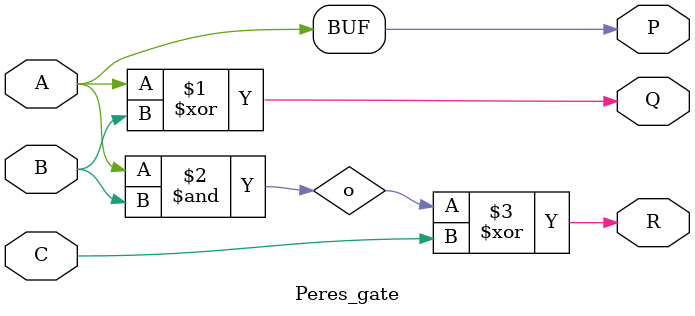
<source format=v>
`timescale 1ns / 1ps
module Peres_gate(output P, Q, R, input A, B, C);
wire o;
buf(P, A);
xor(Q, A, B);
and(o, A, B);
xor(R, o, C);
endmodule

</source>
